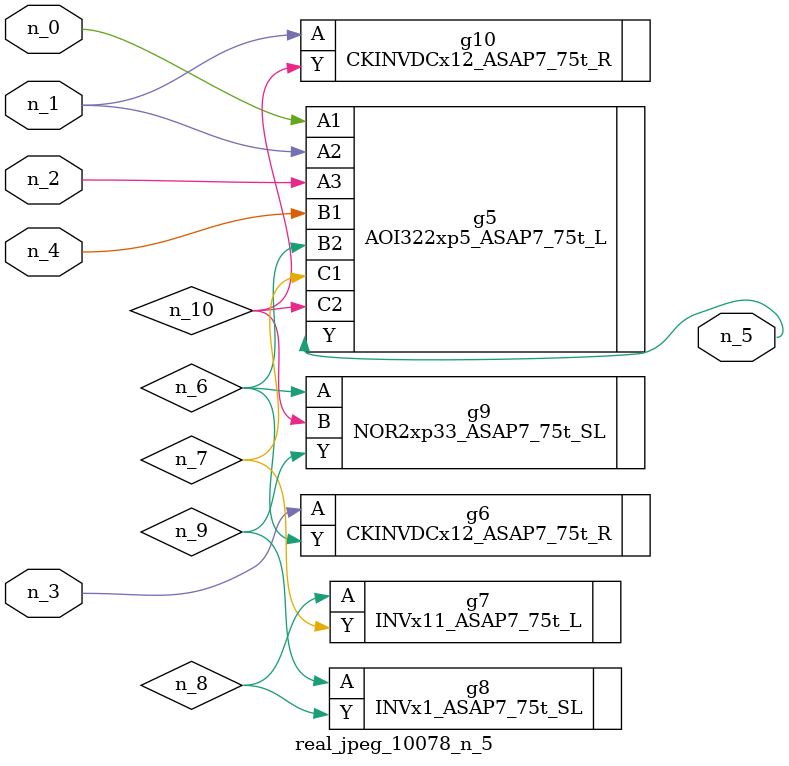
<source format=v>
module real_jpeg_10078_n_5 (n_4, n_0, n_1, n_2, n_3, n_5);

input n_4;
input n_0;
input n_1;
input n_2;
input n_3;

output n_5;

wire n_8;
wire n_6;
wire n_7;
wire n_10;
wire n_9;

AOI322xp5_ASAP7_75t_L g5 ( 
.A1(n_0),
.A2(n_1),
.A3(n_2),
.B1(n_4),
.B2(n_6),
.C1(n_7),
.C2(n_10),
.Y(n_5)
);

CKINVDCx12_ASAP7_75t_R g10 ( 
.A(n_1),
.Y(n_10)
);

CKINVDCx12_ASAP7_75t_R g6 ( 
.A(n_3),
.Y(n_6)
);

NOR2xp33_ASAP7_75t_SL g9 ( 
.A(n_6),
.B(n_10),
.Y(n_9)
);

INVx11_ASAP7_75t_L g7 ( 
.A(n_8),
.Y(n_7)
);

INVx1_ASAP7_75t_SL g8 ( 
.A(n_9),
.Y(n_8)
);


endmodule
</source>
